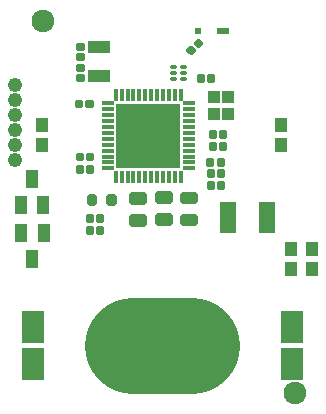
<source format=gbr>
G04 EAGLE Gerber RS-274X export*
G75*
%MOMM*%
%FSLAX34Y34*%
%LPD*%
%INSoldermask Top*%
%IPPOS*%
%AMOC8*
5,1,8,0,0,1.08239X$1,22.5*%
G01*
%ADD10C,1.927000*%
%ADD11R,0.427000X0.977000*%
%ADD12R,0.977000X0.427000*%
%ADD13R,5.377000X5.377000*%
%ADD14C,0.406869*%
%ADD15C,0.631119*%
%ADD16C,0.531859*%
%ADD17R,1.927000X1.127000*%
%ADD18R,0.977000X1.077000*%
%ADD19R,1.905000X2.667000*%
%ADD20C,8.127000*%
%ADD21R,2.627000X1.327000*%
%ADD22C,0.252588*%
%ADD23R,1.127000X1.527000*%
%ADD24R,1.127000X1.227000*%
%ADD25R,0.627000X0.627000*%
%ADD26R,1.027000X0.627000*%
%ADD27C,1.227000*%


D10*
X260760Y58880D03*
X47760Y373880D03*
D11*
X164258Y310871D03*
X159258Y310871D03*
X154258Y310871D03*
X149258Y310871D03*
X144258Y310871D03*
X139258Y310871D03*
X134258Y310871D03*
X129258Y310871D03*
X124258Y310871D03*
X119258Y310871D03*
X114258Y310871D03*
X109258Y310871D03*
D12*
X102258Y303871D03*
X102258Y298871D03*
X102258Y293871D03*
X102258Y288871D03*
X102258Y283871D03*
X102258Y278871D03*
X102258Y273871D03*
X102258Y268871D03*
X102258Y263871D03*
X102258Y258871D03*
X102258Y253871D03*
X102258Y248871D03*
D11*
X109258Y241871D03*
X114258Y241871D03*
X119258Y241871D03*
X124258Y241871D03*
X129258Y241871D03*
X134258Y241871D03*
X139258Y241871D03*
X144258Y241871D03*
X149258Y241871D03*
X154258Y241871D03*
X159258Y241871D03*
X164258Y241871D03*
D12*
X171258Y248871D03*
X171258Y253871D03*
X171258Y258871D03*
X171258Y263871D03*
X171258Y268871D03*
X171258Y273871D03*
X171258Y278871D03*
X171258Y283871D03*
X171258Y288871D03*
X171258Y293871D03*
X171258Y298871D03*
X171258Y303871D03*
D13*
X136758Y276371D03*
D14*
X88166Y208757D02*
X85564Y208757D01*
X88166Y208757D02*
X88166Y205555D01*
X85564Y205555D01*
X85564Y208757D01*
X94164Y205555D02*
X96766Y205555D01*
X94164Y205555D02*
X94164Y208757D01*
X96766Y208757D01*
X96766Y205555D01*
X88166Y198470D02*
X85564Y198470D01*
X88166Y198470D02*
X88166Y195268D01*
X85564Y195268D01*
X85564Y198470D01*
X94164Y195268D02*
X96766Y195268D01*
X94164Y195268D02*
X94164Y198470D01*
X96766Y198470D01*
X96766Y195268D01*
X187672Y256001D02*
X190274Y256001D01*
X190274Y252799D01*
X187672Y252799D01*
X187672Y256001D01*
X196272Y252799D02*
X198874Y252799D01*
X196272Y252799D02*
X196272Y256001D01*
X198874Y256001D01*
X198874Y252799D01*
X199001Y243020D02*
X196399Y243020D01*
X196399Y246222D01*
X199001Y246222D01*
X199001Y243020D01*
X190401Y246222D02*
X187799Y246222D01*
X190401Y246222D02*
X190401Y243020D01*
X187799Y243020D01*
X187799Y246222D01*
X79973Y249606D02*
X77371Y249606D01*
X79973Y249606D02*
X79973Y246404D01*
X77371Y246404D01*
X77371Y249606D01*
X85971Y246404D02*
X88573Y246404D01*
X85971Y246404D02*
X85971Y249606D01*
X88573Y249606D01*
X88573Y246404D01*
X77338Y342345D02*
X77338Y344947D01*
X80540Y344947D01*
X80540Y342345D01*
X77338Y342345D01*
X80540Y350945D02*
X80540Y353547D01*
X80540Y350945D02*
X77338Y350945D01*
X77338Y353547D01*
X80540Y353547D01*
X80714Y335556D02*
X80714Y332954D01*
X77512Y332954D01*
X77512Y335556D01*
X80714Y335556D01*
X77512Y326956D02*
X77512Y324354D01*
X77512Y326956D02*
X80714Y326956D01*
X80714Y324354D01*
X77512Y324354D01*
X85258Y302202D02*
X87860Y302202D01*
X85258Y302202D02*
X85258Y305404D01*
X87860Y305404D01*
X87860Y302202D01*
X79260Y305404D02*
X76658Y305404D01*
X79260Y305404D02*
X79260Y302202D01*
X76658Y302202D01*
X76658Y305404D01*
X85988Y257244D02*
X88590Y257244D01*
X85988Y257244D02*
X85988Y260446D01*
X88590Y260446D01*
X88590Y257244D01*
X79990Y260446D02*
X77388Y260446D01*
X79990Y260446D02*
X79990Y257244D01*
X77388Y257244D01*
X77388Y260446D01*
X189577Y269590D02*
X192179Y269590D01*
X192179Y266388D01*
X189577Y266388D01*
X189577Y269590D01*
X198177Y266388D02*
X200779Y266388D01*
X198177Y266388D02*
X198177Y269590D01*
X200779Y269590D01*
X200779Y266388D01*
X190401Y236062D02*
X187799Y236062D01*
X190401Y236062D02*
X190401Y232860D01*
X187799Y232860D01*
X187799Y236062D01*
X196399Y232860D02*
X199001Y232860D01*
X196399Y232860D02*
X196399Y236062D01*
X199001Y236062D01*
X199001Y232860D01*
D15*
X175628Y226701D02*
X175628Y221741D01*
X166468Y221741D01*
X166468Y226701D01*
X175628Y226701D01*
X166468Y208001D02*
X166468Y203041D01*
X166468Y208001D02*
X175628Y208001D01*
X175628Y203041D01*
X166468Y203041D01*
X123050Y202898D02*
X123050Y207858D01*
X132210Y207858D01*
X132210Y202898D01*
X123050Y202898D01*
X132210Y221598D02*
X132210Y226558D01*
X132210Y221598D02*
X123050Y221598D01*
X123050Y226558D01*
X132210Y226558D01*
D14*
X189577Y279242D02*
X192179Y279242D01*
X192179Y276040D01*
X189577Y276040D01*
X189577Y279242D01*
X198177Y276040D02*
X200779Y276040D01*
X198177Y276040D02*
X198177Y279242D01*
X200779Y279242D01*
X200779Y276040D01*
X182353Y326884D02*
X179751Y326884D01*
X182353Y326884D02*
X182353Y323682D01*
X179751Y323682D01*
X179751Y326884D01*
X188351Y323682D02*
X190953Y323682D01*
X188351Y323682D02*
X188351Y326884D01*
X190953Y326884D01*
X190953Y323682D01*
D16*
X107514Y219135D02*
X103662Y219135D01*
X103662Y224387D01*
X107514Y224387D01*
X107514Y219135D01*
X107514Y224188D02*
X103662Y224188D01*
X91114Y224387D02*
X87262Y224387D01*
X91114Y224387D02*
X91114Y219135D01*
X87262Y219135D01*
X87262Y224387D01*
X87262Y224188D02*
X91114Y224188D01*
D15*
X154148Y221993D02*
X154148Y226953D01*
X154148Y221993D02*
X144988Y221993D01*
X144988Y226953D01*
X154148Y226953D01*
X144988Y208253D02*
X144988Y203293D01*
X144988Y208253D02*
X154148Y208253D01*
X154148Y203293D01*
X144988Y203293D01*
D17*
X95136Y351784D03*
X95136Y326784D03*
D18*
X192777Y309291D03*
X192777Y294791D03*
X204277Y294791D03*
X204277Y309291D03*
D14*
X179010Y352930D02*
X180910Y354707D01*
X179010Y352930D02*
X176824Y355267D01*
X178724Y357044D01*
X180910Y354707D01*
X178956Y356796D02*
X178459Y356796D01*
X172444Y351168D02*
X170544Y349391D01*
X172444Y351168D02*
X174630Y348831D01*
X172730Y347054D01*
X170544Y349391D01*
X172179Y350920D02*
X172676Y350920D01*
D19*
X38873Y114140D03*
D20*
X123873Y98640D02*
X173873Y98640D01*
D19*
X258873Y114140D03*
X38873Y83140D03*
X258873Y83140D03*
D21*
G36*
X230606Y193888D02*
X230835Y220156D01*
X244104Y220040D01*
X243875Y193772D01*
X230606Y193888D01*
G37*
G36*
X197607Y194175D02*
X197836Y220443D01*
X211105Y220327D01*
X210876Y194059D01*
X197607Y194175D01*
G37*
D22*
X159246Y329447D02*
X156002Y329447D01*
X156002Y330691D01*
X159246Y330691D01*
X159246Y329447D01*
X164202Y329447D02*
X167446Y329447D01*
X164202Y329447D02*
X164202Y330691D01*
X167446Y330691D01*
X167446Y329447D01*
X159246Y334447D02*
X156002Y334447D01*
X156002Y335691D01*
X159246Y335691D01*
X159246Y334447D01*
X164202Y334447D02*
X167446Y334447D01*
X164202Y334447D02*
X164202Y335691D01*
X167446Y335691D01*
X167446Y334447D01*
X159246Y324447D02*
X156002Y324447D01*
X156002Y325691D01*
X159246Y325691D01*
X159246Y324447D01*
X164202Y324447D02*
X167446Y324447D01*
X164202Y324447D02*
X164202Y325691D01*
X167446Y325691D01*
X167446Y324447D01*
D23*
X38635Y172175D03*
X29135Y194175D03*
X48135Y194175D03*
X38381Y240175D03*
X47881Y218175D03*
X28881Y218175D03*
D24*
X47000Y285500D03*
X47000Y268500D03*
X249000Y268500D03*
X249000Y285500D03*
X275000Y163500D03*
X275000Y180500D03*
X258000Y163500D03*
X258000Y180500D03*
D25*
X178884Y364904D03*
D26*
X200000Y365000D03*
D27*
X24000Y319527D03*
X23944Y306849D03*
X23960Y294156D03*
X24022Y281472D03*
X24000Y256000D03*
X24000Y268707D03*
M02*

</source>
